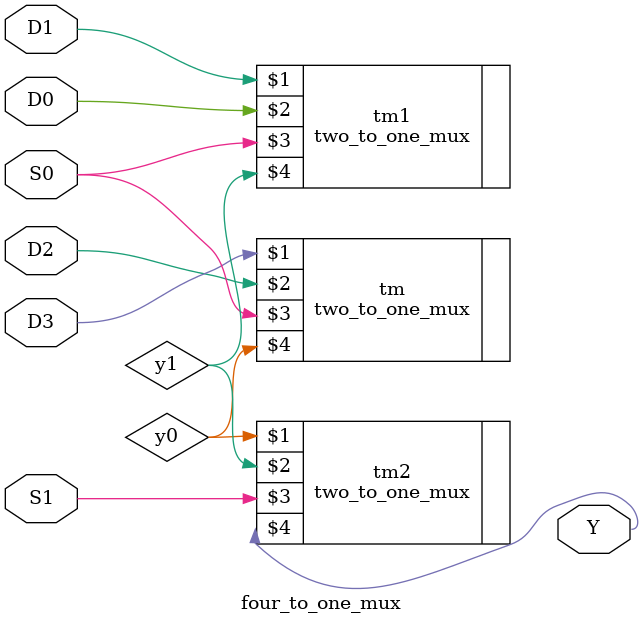
<source format=sv>
`timescale 1ns / 1ps


module four_to_one_mux(
input logic  D3,D2,D1,D0, 
input logic S1,S0,
output logic Y
    );
logic y1,y0;
two_to_one_mux tm(D3,D2,S0,y0);
two_to_one_mux tm1(D1,D0,S0,y1);
two_to_one_mux tm2(y0,y1,S1,Y); 
endmodule

</source>
